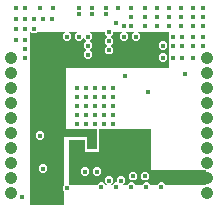
<source format=gbr>
G04 EAGLE Gerber RS-274X export*
G75*
%MOMM*%
%FSLAX34Y34*%
%LPD*%
%INCopper Layer 15*%
%IPPOS*%
%AMOC8*
5,1,8,0,0,1.08239X$1,22.5*%
G01*
%ADD10C,1.050000*%
%ADD11C,0.453200*%

G36*
X45770Y2171D02*
X45770Y2171D01*
X45821Y2173D01*
X45853Y2191D01*
X45889Y2199D01*
X45928Y2232D01*
X45973Y2256D01*
X45994Y2286D01*
X46022Y2309D01*
X46043Y2356D01*
X46073Y2398D01*
X46081Y2440D01*
X46093Y2468D01*
X46092Y2498D01*
X46100Y2540D01*
X46100Y13511D01*
X46083Y13585D01*
X46070Y13659D01*
X46063Y13669D01*
X46061Y13679D01*
X46037Y13708D01*
X45989Y13779D01*
X44723Y15045D01*
X44723Y17975D01*
X45989Y19241D01*
X46029Y19305D01*
X46073Y19367D01*
X46075Y19379D01*
X46080Y19388D01*
X46084Y19425D01*
X46100Y19509D01*
X46100Y59310D01*
X65660Y59310D01*
X65660Y49530D01*
X65671Y49480D01*
X65673Y49429D01*
X65691Y49397D01*
X65699Y49361D01*
X65732Y49322D01*
X65756Y49277D01*
X65786Y49256D01*
X65809Y49228D01*
X65856Y49207D01*
X65898Y49177D01*
X65940Y49169D01*
X65968Y49157D01*
X65998Y49158D01*
X66040Y49150D01*
X73660Y49150D01*
X73710Y49161D01*
X73761Y49163D01*
X73793Y49181D01*
X73829Y49189D01*
X73868Y49222D01*
X73913Y49246D01*
X73934Y49276D01*
X73962Y49299D01*
X73983Y49346D01*
X74013Y49388D01*
X74021Y49430D01*
X74033Y49458D01*
X74032Y49488D01*
X74040Y49530D01*
X74040Y66040D01*
X74029Y66090D01*
X74027Y66141D01*
X74009Y66173D01*
X74001Y66209D01*
X73968Y66248D01*
X73944Y66293D01*
X73914Y66314D01*
X73891Y66342D01*
X73844Y66363D01*
X73802Y66393D01*
X73760Y66401D01*
X73732Y66413D01*
X73702Y66412D01*
X73660Y66420D01*
X47370Y66420D01*
X47370Y117730D01*
X134620Y117730D01*
X134670Y117741D01*
X134721Y117743D01*
X134753Y117761D01*
X134789Y117769D01*
X134828Y117802D01*
X134873Y117826D01*
X134894Y117856D01*
X134922Y117879D01*
X134943Y117926D01*
X134973Y117968D01*
X134981Y118010D01*
X134993Y118038D01*
X134992Y118062D01*
X134993Y118064D01*
X134993Y118072D01*
X135000Y118110D01*
X135000Y125271D01*
X134983Y125345D01*
X134970Y125419D01*
X134963Y125429D01*
X134961Y125439D01*
X134937Y125468D01*
X134893Y125533D01*
X134893Y128468D01*
X134929Y128525D01*
X134973Y128587D01*
X134975Y128599D01*
X134980Y128608D01*
X134984Y128645D01*
X135000Y128729D01*
X135000Y135431D01*
X134983Y135505D01*
X134970Y135579D01*
X134963Y135589D01*
X134961Y135599D01*
X134937Y135628D01*
X134893Y135693D01*
X134893Y138628D01*
X134929Y138685D01*
X134973Y138747D01*
X134975Y138759D01*
X134980Y138768D01*
X134984Y138805D01*
X135000Y138889D01*
X135000Y143051D01*
X134983Y143125D01*
X134970Y143199D01*
X134963Y143209D01*
X134961Y143219D01*
X134937Y143248D01*
X134893Y143313D01*
X134893Y146248D01*
X134929Y146305D01*
X134973Y146367D01*
X134975Y146379D01*
X134980Y146388D01*
X134984Y146425D01*
X135000Y146509D01*
X135000Y148590D01*
X134989Y148640D01*
X134987Y148691D01*
X134969Y148723D01*
X134961Y148759D01*
X134928Y148798D01*
X134904Y148843D01*
X134874Y148864D01*
X134851Y148892D01*
X134804Y148913D01*
X134762Y148943D01*
X134720Y148951D01*
X134692Y148963D01*
X134662Y148962D01*
X134620Y148970D01*
X108409Y148970D01*
X108384Y148964D01*
X108359Y148967D01*
X108301Y148945D01*
X108241Y148931D01*
X108221Y148914D01*
X108197Y148905D01*
X108155Y148860D01*
X108107Y148821D01*
X108097Y148797D01*
X108079Y148778D01*
X108061Y148719D01*
X108036Y148662D01*
X108037Y148637D01*
X108030Y148612D01*
X108040Y148551D01*
X108043Y148489D01*
X108055Y148467D01*
X108060Y148441D01*
X108108Y148370D01*
X108126Y148337D01*
X108134Y148331D01*
X108141Y148321D01*
X110217Y146245D01*
X110217Y143315D01*
X108145Y141243D01*
X105215Y141243D01*
X103143Y143315D01*
X103143Y146245D01*
X105219Y148321D01*
X105233Y148343D01*
X105253Y148359D01*
X105278Y148416D01*
X105311Y148468D01*
X105313Y148494D01*
X105324Y148518D01*
X105321Y148579D01*
X105327Y148641D01*
X105318Y148665D01*
X105317Y148691D01*
X105288Y148745D01*
X105266Y148803D01*
X105247Y148820D01*
X105234Y148843D01*
X105184Y148878D01*
X105139Y148920D01*
X105114Y148928D01*
X105093Y148943D01*
X105008Y148959D01*
X104972Y148970D01*
X104963Y148968D01*
X104951Y148970D01*
X98249Y148970D01*
X98224Y148964D01*
X98199Y148967D01*
X98141Y148945D01*
X98081Y148931D01*
X98061Y148914D01*
X98037Y148905D01*
X97995Y148860D01*
X97947Y148821D01*
X97937Y148797D01*
X97919Y148778D01*
X97901Y148719D01*
X97876Y148662D01*
X97877Y148637D01*
X97870Y148612D01*
X97880Y148551D01*
X97883Y148489D01*
X97895Y148467D01*
X97900Y148441D01*
X97948Y148370D01*
X97966Y148337D01*
X97974Y148331D01*
X97981Y148321D01*
X100057Y146245D01*
X100057Y143315D01*
X97985Y141243D01*
X95055Y141243D01*
X92983Y143315D01*
X92983Y146245D01*
X95059Y148321D01*
X95073Y148343D01*
X95093Y148359D01*
X95118Y148416D01*
X95151Y148468D01*
X95153Y148494D01*
X95164Y148518D01*
X95161Y148579D01*
X95167Y148641D01*
X95158Y148665D01*
X95157Y148691D01*
X95128Y148745D01*
X95106Y148803D01*
X95087Y148820D01*
X95074Y148843D01*
X95024Y148878D01*
X94979Y148920D01*
X94954Y148928D01*
X94933Y148943D01*
X94848Y148959D01*
X94812Y148970D01*
X94803Y148968D01*
X94791Y148970D01*
X87737Y148970D01*
X87687Y148959D01*
X87636Y148957D01*
X87604Y148939D01*
X87568Y148931D01*
X87529Y148898D01*
X87484Y148874D01*
X87463Y148844D01*
X87435Y148821D01*
X87414Y148774D01*
X87384Y148732D01*
X87376Y148690D01*
X87364Y148662D01*
X87365Y148632D01*
X87365Y148630D01*
X87364Y148628D01*
X87364Y148626D01*
X87357Y148590D01*
X87357Y147125D01*
X85281Y145049D01*
X85254Y145006D01*
X85219Y144968D01*
X85209Y144933D01*
X85189Y144902D01*
X85184Y144851D01*
X85170Y144802D01*
X85176Y144766D01*
X85173Y144729D01*
X85191Y144681D01*
X85200Y144631D01*
X85223Y144596D01*
X85234Y144567D01*
X85257Y144546D01*
X85281Y144511D01*
X87357Y142435D01*
X87357Y139505D01*
X85281Y137429D01*
X85254Y137386D01*
X85219Y137348D01*
X85209Y137313D01*
X85189Y137282D01*
X85184Y137231D01*
X85170Y137182D01*
X85176Y137146D01*
X85173Y137109D01*
X85191Y137062D01*
X85200Y137011D01*
X85223Y136976D01*
X85234Y136947D01*
X85257Y136926D01*
X85275Y136900D01*
X85277Y136896D01*
X85278Y136895D01*
X85281Y136891D01*
X87357Y134815D01*
X87357Y131885D01*
X85285Y129813D01*
X82355Y129813D01*
X80283Y131885D01*
X80283Y134815D01*
X82359Y136891D01*
X82370Y136909D01*
X82381Y136918D01*
X82391Y136940D01*
X82421Y136972D01*
X82431Y137007D01*
X82451Y137038D01*
X82456Y137089D01*
X82470Y137138D01*
X82464Y137174D01*
X82467Y137211D01*
X82449Y137259D01*
X82440Y137309D01*
X82417Y137344D01*
X82406Y137373D01*
X82383Y137394D01*
X82359Y137429D01*
X80283Y139505D01*
X80283Y142435D01*
X82359Y144511D01*
X82386Y144554D01*
X82421Y144592D01*
X82431Y144627D01*
X82451Y144658D01*
X82456Y144709D01*
X82470Y144758D01*
X82464Y144794D01*
X82467Y144831D01*
X82449Y144878D01*
X82440Y144929D01*
X82417Y144964D01*
X82406Y144993D01*
X82383Y145014D01*
X82359Y145049D01*
X80283Y147125D01*
X80283Y148590D01*
X80272Y148640D01*
X80270Y148691D01*
X80252Y148723D01*
X80244Y148759D01*
X80211Y148798D01*
X80187Y148843D01*
X80157Y148864D01*
X80134Y148892D01*
X80087Y148913D01*
X80045Y148943D01*
X80003Y148951D01*
X79975Y148963D01*
X79945Y148962D01*
X79903Y148970D01*
X67769Y148970D01*
X67744Y148964D01*
X67719Y148967D01*
X67661Y148945D01*
X67601Y148931D01*
X67581Y148914D01*
X67557Y148905D01*
X67515Y148860D01*
X67467Y148821D01*
X67457Y148797D01*
X67439Y148778D01*
X67421Y148719D01*
X67396Y148662D01*
X67397Y148637D01*
X67390Y148612D01*
X67400Y148551D01*
X67403Y148489D01*
X67415Y148467D01*
X67420Y148441D01*
X67468Y148370D01*
X67486Y148337D01*
X67494Y148331D01*
X67501Y148321D01*
X69577Y146245D01*
X69577Y143315D01*
X67501Y141239D01*
X67474Y141196D01*
X67439Y141158D01*
X67429Y141123D01*
X67409Y141092D01*
X67404Y141041D01*
X67390Y140992D01*
X67396Y140956D01*
X67393Y140919D01*
X67411Y140872D01*
X67420Y140821D01*
X67443Y140786D01*
X67454Y140757D01*
X67477Y140736D01*
X67501Y140701D01*
X69577Y138625D01*
X69577Y135695D01*
X67501Y133619D01*
X67478Y133582D01*
X67471Y133577D01*
X67468Y133569D01*
X67439Y133538D01*
X67429Y133503D01*
X67409Y133472D01*
X67405Y133430D01*
X67400Y133418D01*
X67401Y133408D01*
X67390Y133372D01*
X67396Y133336D01*
X67393Y133299D01*
X67406Y133264D01*
X67407Y133245D01*
X67414Y133232D01*
X67420Y133201D01*
X67443Y133166D01*
X67454Y133137D01*
X67477Y133116D01*
X67490Y133093D01*
X67495Y133089D01*
X67501Y133081D01*
X69577Y131005D01*
X69577Y128075D01*
X67505Y126003D01*
X64575Y126003D01*
X62503Y128075D01*
X62503Y131005D01*
X64579Y133081D01*
X64592Y133102D01*
X64609Y133115D01*
X64619Y133138D01*
X64641Y133162D01*
X64651Y133197D01*
X64671Y133228D01*
X64674Y133260D01*
X64680Y133274D01*
X64679Y133291D01*
X64690Y133328D01*
X64684Y133364D01*
X64687Y133401D01*
X64674Y133437D01*
X64673Y133447D01*
X64668Y133457D01*
X64660Y133499D01*
X64637Y133534D01*
X64626Y133563D01*
X64603Y133584D01*
X64579Y133619D01*
X62503Y135695D01*
X62503Y138625D01*
X64579Y140701D01*
X64589Y140716D01*
X64594Y140720D01*
X64600Y140735D01*
X64606Y140744D01*
X64641Y140782D01*
X64651Y140817D01*
X64671Y140848D01*
X64676Y140899D01*
X64690Y140948D01*
X64684Y140984D01*
X64687Y141021D01*
X64669Y141069D01*
X64660Y141119D01*
X64637Y141154D01*
X64626Y141183D01*
X64603Y141204D01*
X64579Y141239D01*
X62499Y143319D01*
X62456Y143346D01*
X62418Y143381D01*
X62383Y143391D01*
X62352Y143411D01*
X62301Y143416D01*
X62252Y143430D01*
X62216Y143424D01*
X62179Y143427D01*
X62132Y143409D01*
X62081Y143400D01*
X62046Y143377D01*
X62017Y143366D01*
X61996Y143343D01*
X61961Y143319D01*
X59885Y141243D01*
X56955Y141243D01*
X54883Y143315D01*
X54883Y146245D01*
X56959Y148321D01*
X56973Y148343D01*
X56993Y148359D01*
X57018Y148416D01*
X57051Y148468D01*
X57053Y148494D01*
X57064Y148518D01*
X57061Y148579D01*
X57067Y148641D01*
X57058Y148665D01*
X57057Y148691D01*
X57028Y148745D01*
X57006Y148803D01*
X56987Y148820D01*
X56974Y148843D01*
X56924Y148878D01*
X56879Y148920D01*
X56854Y148928D01*
X56833Y148943D01*
X56748Y148959D01*
X56712Y148970D01*
X56703Y148968D01*
X56691Y148970D01*
X49989Y148970D01*
X49964Y148964D01*
X49939Y148967D01*
X49881Y148945D01*
X49821Y148931D01*
X49801Y148914D01*
X49777Y148905D01*
X49735Y148860D01*
X49687Y148821D01*
X49677Y148797D01*
X49659Y148778D01*
X49641Y148719D01*
X49616Y148662D01*
X49617Y148637D01*
X49610Y148612D01*
X49620Y148551D01*
X49623Y148489D01*
X49635Y148467D01*
X49640Y148441D01*
X49688Y148370D01*
X49706Y148337D01*
X49714Y148331D01*
X49721Y148321D01*
X51797Y146245D01*
X51797Y143315D01*
X49725Y141243D01*
X46795Y141243D01*
X44723Y143315D01*
X44723Y146245D01*
X46799Y148321D01*
X46813Y148343D01*
X46833Y148359D01*
X46858Y148416D01*
X46891Y148468D01*
X46893Y148494D01*
X46904Y148518D01*
X46901Y148579D01*
X46907Y148641D01*
X46898Y148665D01*
X46897Y148691D01*
X46868Y148745D01*
X46846Y148803D01*
X46827Y148820D01*
X46814Y148843D01*
X46764Y148878D01*
X46719Y148920D01*
X46694Y148928D01*
X46673Y148943D01*
X46588Y148959D01*
X46552Y148970D01*
X46543Y148968D01*
X46531Y148970D01*
X23319Y148970D01*
X23245Y148953D01*
X23171Y148940D01*
X23161Y148933D01*
X23151Y148931D01*
X23122Y148907D01*
X23051Y148859D01*
X21785Y147593D01*
X18855Y147593D01*
X18049Y148399D01*
X18027Y148413D01*
X18011Y148433D01*
X17954Y148458D01*
X17902Y148491D01*
X17876Y148493D01*
X17852Y148504D01*
X17791Y148501D01*
X17729Y148507D01*
X17705Y148498D01*
X17679Y148497D01*
X17625Y148468D01*
X17567Y148446D01*
X17550Y148427D01*
X17527Y148414D01*
X17492Y148364D01*
X17450Y148319D01*
X17442Y148294D01*
X17427Y148273D01*
X17411Y148188D01*
X17400Y148152D01*
X17402Y148143D01*
X17400Y148131D01*
X17400Y2540D01*
X17411Y2490D01*
X17413Y2439D01*
X17431Y2407D01*
X17439Y2371D01*
X17472Y2332D01*
X17496Y2287D01*
X17526Y2266D01*
X17549Y2238D01*
X17596Y2217D01*
X17638Y2187D01*
X17680Y2179D01*
X17708Y2167D01*
X17738Y2168D01*
X17780Y2160D01*
X45720Y2160D01*
X45770Y2171D01*
G37*
G36*
X73603Y18681D02*
X73603Y18681D01*
X73654Y18683D01*
X73686Y18701D01*
X73722Y18709D01*
X73761Y18742D01*
X73806Y18766D01*
X73827Y18796D01*
X73855Y18819D01*
X73876Y18866D01*
X73906Y18908D01*
X73914Y18950D01*
X73926Y18978D01*
X73925Y19008D01*
X73933Y19050D01*
X73933Y19245D01*
X76005Y21317D01*
X78935Y21317D01*
X81007Y19245D01*
X81007Y19050D01*
X81018Y19000D01*
X81020Y18949D01*
X81038Y18917D01*
X81046Y18881D01*
X81079Y18842D01*
X81103Y18797D01*
X81133Y18776D01*
X81156Y18748D01*
X81203Y18727D01*
X81245Y18697D01*
X81287Y18689D01*
X81315Y18677D01*
X81345Y18678D01*
X81387Y18670D01*
X82091Y18670D01*
X82116Y18676D01*
X82141Y18673D01*
X82199Y18695D01*
X82259Y18709D01*
X82279Y18726D01*
X82303Y18735D01*
X82345Y18780D01*
X82393Y18819D01*
X82403Y18843D01*
X82421Y18862D01*
X82439Y18921D01*
X82464Y18978D01*
X82463Y19003D01*
X82470Y19028D01*
X82460Y19089D01*
X82457Y19151D01*
X82445Y19173D01*
X82440Y19199D01*
X82392Y19270D01*
X82374Y19303D01*
X82366Y19309D01*
X82359Y19319D01*
X80283Y21395D01*
X80283Y24325D01*
X82355Y26397D01*
X85285Y26397D01*
X87357Y24325D01*
X87357Y21395D01*
X85281Y19319D01*
X85267Y19297D01*
X85247Y19281D01*
X85222Y19224D01*
X85189Y19172D01*
X85187Y19146D01*
X85176Y19122D01*
X85179Y19061D01*
X85173Y18999D01*
X85182Y18975D01*
X85183Y18949D01*
X85212Y18895D01*
X85234Y18837D01*
X85253Y18820D01*
X85266Y18797D01*
X85316Y18762D01*
X85361Y18720D01*
X85386Y18712D01*
X85407Y18697D01*
X85492Y18681D01*
X85528Y18670D01*
X85537Y18672D01*
X85549Y18670D01*
X86253Y18670D01*
X86303Y18681D01*
X86354Y18683D01*
X86386Y18701D01*
X86422Y18709D01*
X86461Y18742D01*
X86506Y18766D01*
X86527Y18796D01*
X86555Y18819D01*
X86576Y18866D01*
X86606Y18908D01*
X86614Y18950D01*
X86626Y18978D01*
X86625Y19008D01*
X86633Y19050D01*
X86633Y19245D01*
X88705Y21317D01*
X90063Y21317D01*
X90113Y21328D01*
X90164Y21330D01*
X90196Y21348D01*
X90232Y21356D01*
X90271Y21389D01*
X90316Y21413D01*
X90337Y21443D01*
X90365Y21466D01*
X90386Y21513D01*
X90416Y21555D01*
X90424Y21597D01*
X90436Y21625D01*
X90436Y21638D01*
X90436Y21639D01*
X90436Y21658D01*
X90443Y21697D01*
X90443Y24325D01*
X92515Y26397D01*
X95445Y26397D01*
X97517Y24325D01*
X97517Y21395D01*
X95441Y19319D01*
X95427Y19297D01*
X95407Y19281D01*
X95382Y19224D01*
X95349Y19172D01*
X95347Y19146D01*
X95336Y19122D01*
X95339Y19061D01*
X95333Y18999D01*
X95342Y18975D01*
X95343Y18949D01*
X95372Y18895D01*
X95394Y18837D01*
X95413Y18820D01*
X95426Y18797D01*
X95476Y18762D01*
X95521Y18720D01*
X95546Y18712D01*
X95567Y18697D01*
X95652Y18681D01*
X95688Y18670D01*
X95697Y18672D01*
X95709Y18670D01*
X98953Y18670D01*
X99003Y18681D01*
X99054Y18683D01*
X99086Y18701D01*
X99122Y18709D01*
X99161Y18742D01*
X99206Y18766D01*
X99227Y18796D01*
X99255Y18819D01*
X99276Y18866D01*
X99306Y18908D01*
X99314Y18950D01*
X99326Y18978D01*
X99325Y19008D01*
X99333Y19050D01*
X99333Y19245D01*
X101405Y21317D01*
X104335Y21317D01*
X106407Y19245D01*
X106407Y19050D01*
X106418Y19000D01*
X106420Y18949D01*
X106438Y18917D01*
X106446Y18881D01*
X106479Y18842D01*
X106503Y18797D01*
X106533Y18776D01*
X106556Y18748D01*
X106603Y18727D01*
X106645Y18697D01*
X106687Y18689D01*
X106715Y18677D01*
X106745Y18678D01*
X106787Y18670D01*
X111653Y18670D01*
X111703Y18681D01*
X111754Y18683D01*
X111786Y18701D01*
X111822Y18709D01*
X111861Y18742D01*
X111906Y18766D01*
X111927Y18796D01*
X111955Y18819D01*
X111976Y18866D01*
X112006Y18908D01*
X112014Y18950D01*
X112026Y18978D01*
X112025Y19008D01*
X112033Y19050D01*
X112033Y19245D01*
X114105Y21317D01*
X117035Y21317D01*
X119107Y19245D01*
X119107Y19050D01*
X119118Y19000D01*
X119120Y18949D01*
X119138Y18917D01*
X119146Y18881D01*
X119179Y18842D01*
X119203Y18797D01*
X119233Y18776D01*
X119256Y18748D01*
X119303Y18727D01*
X119345Y18697D01*
X119387Y18689D01*
X119415Y18677D01*
X119445Y18678D01*
X119487Y18670D01*
X124353Y18670D01*
X124403Y18681D01*
X124454Y18683D01*
X124486Y18701D01*
X124522Y18709D01*
X124561Y18742D01*
X124606Y18766D01*
X124627Y18796D01*
X124655Y18819D01*
X124676Y18866D01*
X124706Y18908D01*
X124714Y18950D01*
X124726Y18978D01*
X124725Y19008D01*
X124733Y19050D01*
X124733Y19245D01*
X126805Y21317D01*
X129735Y21317D01*
X131807Y19245D01*
X131807Y19050D01*
X131818Y19000D01*
X131820Y18949D01*
X131838Y18917D01*
X131846Y18881D01*
X131879Y18842D01*
X131903Y18797D01*
X131933Y18776D01*
X131956Y18748D01*
X132003Y18727D01*
X132045Y18697D01*
X132087Y18689D01*
X132115Y18677D01*
X132145Y18678D01*
X132187Y18670D01*
X164067Y18670D01*
X164069Y18670D01*
X164071Y18670D01*
X164213Y18699D01*
X165473Y19221D01*
X165769Y19221D01*
X165819Y19232D01*
X165870Y19234D01*
X165902Y19252D01*
X165938Y19260D01*
X165977Y19293D01*
X166022Y19317D01*
X166043Y19347D01*
X166071Y19370D01*
X166092Y19417D01*
X166122Y19459D01*
X166130Y19501D01*
X166142Y19529D01*
X166141Y19559D01*
X166149Y19601D01*
X166149Y31199D01*
X166138Y31249D01*
X166136Y31300D01*
X166118Y31332D01*
X166110Y31368D01*
X166077Y31407D01*
X166053Y31452D01*
X166023Y31473D01*
X166000Y31501D01*
X165953Y31522D01*
X165911Y31552D01*
X165869Y31560D01*
X165841Y31572D01*
X165811Y31571D01*
X165769Y31579D01*
X165473Y31579D01*
X164213Y32101D01*
X164211Y32102D01*
X164209Y32103D01*
X164067Y32130D01*
X119760Y32130D01*
X119760Y66040D01*
X119749Y66090D01*
X119747Y66141D01*
X119729Y66173D01*
X119721Y66209D01*
X119688Y66248D01*
X119664Y66293D01*
X119634Y66314D01*
X119611Y66342D01*
X119564Y66363D01*
X119522Y66393D01*
X119480Y66401D01*
X119452Y66413D01*
X119422Y66412D01*
X119380Y66420D01*
X76200Y66420D01*
X76150Y66409D01*
X76099Y66407D01*
X76067Y66389D01*
X76031Y66381D01*
X75992Y66348D01*
X75947Y66324D01*
X75926Y66294D01*
X75898Y66271D01*
X75877Y66224D01*
X75847Y66182D01*
X75839Y66140D01*
X75827Y66112D01*
X75828Y66082D01*
X75820Y66040D01*
X75820Y47370D01*
X63880Y47370D01*
X63880Y57150D01*
X63869Y57200D01*
X63867Y57251D01*
X63849Y57283D01*
X63841Y57319D01*
X63808Y57358D01*
X63784Y57403D01*
X63754Y57424D01*
X63731Y57452D01*
X63684Y57473D01*
X63642Y57503D01*
X63600Y57511D01*
X63572Y57523D01*
X63542Y57522D01*
X63500Y57530D01*
X50800Y57530D01*
X50750Y57519D01*
X50699Y57517D01*
X50667Y57499D01*
X50631Y57491D01*
X50592Y57458D01*
X50547Y57434D01*
X50526Y57404D01*
X50498Y57381D01*
X50477Y57334D01*
X50447Y57292D01*
X50439Y57250D01*
X50427Y57222D01*
X50428Y57192D01*
X50420Y57150D01*
X50420Y19509D01*
X50437Y19435D01*
X50450Y19361D01*
X50457Y19351D01*
X50459Y19341D01*
X50483Y19312D01*
X50531Y19241D01*
X50991Y18781D01*
X51055Y18741D01*
X51117Y18697D01*
X51129Y18695D01*
X51138Y18690D01*
X51175Y18686D01*
X51259Y18670D01*
X73553Y18670D01*
X73603Y18681D01*
G37*
%LPC*%
G36*
X128075Y133623D02*
X128075Y133623D01*
X126003Y135695D01*
X126003Y138625D01*
X128075Y140697D01*
X131005Y140697D01*
X133077Y138625D01*
X133077Y135695D01*
X131005Y133623D01*
X128075Y133623D01*
G37*
%LPD*%
%LPC*%
G36*
X128075Y123463D02*
X128075Y123463D01*
X126003Y125535D01*
X126003Y128465D01*
X128075Y130537D01*
X131005Y130537D01*
X133077Y128465D01*
X133077Y125535D01*
X131005Y123463D01*
X128075Y123463D01*
G37*
%LPD*%
%LPC*%
G36*
X23935Y57423D02*
X23935Y57423D01*
X21863Y59495D01*
X21863Y62425D01*
X23935Y64497D01*
X26865Y64497D01*
X28937Y62425D01*
X28937Y59495D01*
X26865Y57423D01*
X23935Y57423D01*
G37*
%LPD*%
%LPC*%
G36*
X26475Y29483D02*
X26475Y29483D01*
X24403Y31555D01*
X24403Y34485D01*
X26475Y36557D01*
X29405Y36557D01*
X31477Y34485D01*
X31477Y31555D01*
X29405Y29483D01*
X26475Y29483D01*
G37*
%LPD*%
%LPC*%
G36*
X62035Y26943D02*
X62035Y26943D01*
X59963Y29015D01*
X59963Y31945D01*
X62035Y34017D01*
X64965Y34017D01*
X67037Y31945D01*
X67037Y29015D01*
X64965Y26943D01*
X62035Y26943D01*
G37*
%LPD*%
%LPC*%
G36*
X72195Y26943D02*
X72195Y26943D01*
X70123Y29015D01*
X70123Y31945D01*
X72195Y34017D01*
X75125Y34017D01*
X77197Y31945D01*
X77197Y29015D01*
X75125Y26943D01*
X72195Y26943D01*
G37*
%LPD*%
%LPC*%
G36*
X102675Y23133D02*
X102675Y23133D01*
X100603Y25205D01*
X100603Y28135D01*
X102675Y30207D01*
X105605Y30207D01*
X107677Y28135D01*
X107677Y25205D01*
X105605Y23133D01*
X102675Y23133D01*
G37*
%LPD*%
%LPC*%
G36*
X112835Y23133D02*
X112835Y23133D01*
X110763Y25205D01*
X110763Y28135D01*
X112835Y30207D01*
X115765Y30207D01*
X117837Y28135D01*
X117837Y25205D01*
X115765Y23133D01*
X112835Y23133D01*
G37*
%LPD*%
D10*
X166770Y63500D03*
X166770Y50800D03*
X166770Y38100D03*
X166770Y25400D03*
X166770Y12700D03*
X166770Y76200D03*
X166770Y88900D03*
X166770Y101600D03*
X166770Y114300D03*
X166770Y127000D03*
X1270Y63500D03*
X1270Y50800D03*
X1270Y38100D03*
X1270Y25400D03*
X1270Y12700D03*
X1270Y76200D03*
X1270Y88900D03*
X1270Y101600D03*
X1270Y114300D03*
X1270Y127000D03*
D11*
X128270Y17780D03*
X115570Y17780D03*
X102870Y17780D03*
X90170Y17780D03*
X97790Y111760D03*
X77470Y17780D03*
X57150Y101600D03*
X87630Y101600D03*
X72390Y101600D03*
X64770Y101600D03*
X80010Y101600D03*
X57150Y71120D03*
X87630Y71120D03*
X57150Y86360D03*
X57150Y93980D03*
X57150Y78740D03*
X72390Y71120D03*
X64770Y71120D03*
X80010Y71120D03*
X87630Y86360D03*
X87630Y93980D03*
X87630Y78740D03*
X64770Y93980D03*
X72390Y93980D03*
X80010Y93980D03*
X64770Y86360D03*
X64770Y78740D03*
X72390Y86360D03*
X72390Y78740D03*
X80010Y86360D03*
X80010Y78740D03*
X25400Y60960D03*
X48260Y144780D03*
X63500Y30480D03*
X73660Y30480D03*
X83820Y22860D03*
X93980Y22860D03*
X104140Y26670D03*
X114300Y26670D03*
X96520Y144780D03*
X106680Y144780D03*
X48260Y16510D03*
X90170Y156210D03*
X10160Y8890D03*
X25899Y169073D03*
X5080Y160020D03*
X5080Y151130D03*
X5080Y142240D03*
X12700Y160020D03*
X12700Y151130D03*
X12700Y142240D03*
X20320Y160020D03*
X27940Y160020D03*
X35560Y160020D03*
X96520Y153670D03*
X114300Y153670D03*
X124460Y153670D03*
X134620Y153670D03*
X144780Y153670D03*
X154940Y153670D03*
X163830Y153670D03*
X138430Y144780D03*
X154940Y144780D03*
X163830Y144780D03*
X138430Y137160D03*
X154940Y137160D03*
X163830Y137160D03*
X138430Y127000D03*
X154940Y127000D03*
X124460Y161290D03*
X134620Y161290D03*
X144780Y161290D03*
X154940Y161290D03*
X163830Y161290D03*
X20320Y151130D03*
X12700Y134620D03*
X146050Y144780D03*
X146050Y137160D03*
X146050Y127000D03*
X66040Y129540D03*
X83820Y148590D03*
X83820Y133350D03*
X114300Y161290D03*
X102870Y153670D03*
X129540Y127000D03*
X129540Y137160D03*
X148590Y113030D03*
X116840Y97790D03*
X66040Y144780D03*
X58420Y144780D03*
X66040Y137160D03*
X27940Y33020D03*
X83820Y140970D03*
X12700Y127000D03*
X114300Y168910D03*
X124460Y168910D03*
X134620Y168910D03*
X144780Y168910D03*
X154940Y168910D03*
X163830Y168910D03*
X102870Y168910D03*
X102870Y161290D03*
X91440Y168910D03*
X81280Y168910D03*
X69850Y168910D03*
X58420Y168910D03*
X36830Y168910D03*
X5080Y168910D03*
X12700Y168910D03*
X58420Y163830D03*
X69850Y163830D03*
X81280Y163830D03*
X59690Y53340D03*
X54610Y53340D03*
X88900Y45720D03*
X83820Y45720D03*
X101600Y49530D03*
X106680Y49530D03*
X140970Y22860D03*
X26670Y144780D03*
X128270Y144780D03*
X38100Y8890D03*
X33020Y8890D03*
X33020Y13970D03*
X69850Y53340D03*
M02*

</source>
